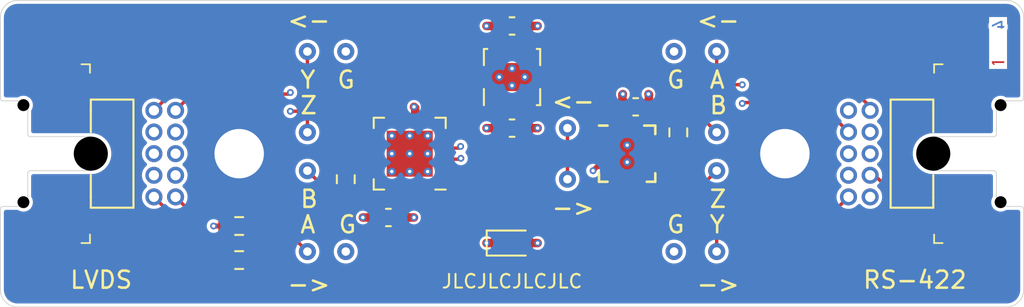
<source format=kicad_pcb>
(kicad_pcb (version 20221018) (generator pcbnew)
  (title_block (date "2023-07-01") (rev "4"))
  (layers (0 "F.Cu" signal "Front") (1 "In1.Cu" power) (2 "In2.Cu" power) (31 "B.Cu" signal "Back") (35 "F.Paste" user) (37 "F.SilkS" user "F.Silkscreen") (38 "B.Mask" user) (39 "F.Mask" user) (44 "Edge.Cuts" user))
  (property "Order-Number" "JLCJLCJLCJLC")
  (net 0 "")
  (net 1 "/Link Plug LVDS/TX-Z")
  (net 2 "+3V3")
  (net 3 "GND")
  (net 4 "/Link Plug LVDS/TX-Y")
  (net 5 "/Link Plug LVDS/USB+")
  (net 6 "+5V")
  (net 7 "/Link Plug LVDS/USB-")
  (net 8 "/Link Plug LVDS/RX-A")
  (net 9 "/Link Plug LVDS/RX-B")
  (net 10 "/Link Plug RS-422/TX-Z")
  (net 11 "/Link Plug RS-422/TX-Y")
  (net 12 "/Link Plug RS-422/RX-A")
  (net 15 "/Link Plug RS-422/RX-B")
  (net 16 "/RS-422 -> LVDS")
  (net 21 "/LVDS -> RS-422")
  (net 26 "Earth")
  (footprint "V2_TestPoint:TestPoint_THTPad_D1.0mm_Drill0.5mm" (layer "F.Cu") (at 156.5 111.75)
    (fp_text reference "TP107" hide)
    (fp_text value "TestPoint_Small" hide)
    (pad "1" thru_hole circle (at 0 0) (size 1 1) (drill 0.5) (layers "*.Cu" "F.Mask") (net 3 "GND"))
  )
  (footprint "V2_TestPoint:TestPoint_THTPad_D1.0mm_Drill0.5mm" (layer "F.Cu") (at 150.25 107.5)
    (fp_text reference "TP101" hide)
    (fp_text value "TestPoint_Small" hide)
    (pad "1" thru_hole circle (at 0 0) (size 1 1) (drill 0.5) (layers "*.Cu" "F.Mask") (net 16 "/RS-422 -> LVDS"))
  )
  (footprint "V2_Artwork:Logo_Small" (layer "F.Cu") (at 168.75 99.75)
    (fp_text reference "ICON101" hide)
    (fp_text value "V2-logo" hide)
    (fp_poly (pts (xy 1.91 1.7195) (xy -2.1005 1.7195) (xy -2.1005 0.0585) (xy -1.773 0.0585) (xy -1.773 1.392) (xy 1.5825 1.392) (xy 1.5825 -1.4555) (xy -2.1005 -1.4555) (xy -2.1005 -1.783) (xy 1.91 -1.783)) (fill solid) (layer "F.Cu"))
    (fp_poly (pts (xy -1.617677 -1.221322) (xy -1.084635 0.601822) (xy -1.059048 0.604213) (xy -0.526231 -1.218162) (xy -0.494416 -1.314387) (xy -0.190339 -1.314387) (xy -0.085353 -1.31286) (xy -0.918222 1.270316) (xy -1.019731 1.273487) (xy -1.223737 1.273487) (xy -2.056569 -1.309583) (xy -1.95594 -1.314387) (xy -1.651908 -1.314387)) (fill solid) (layer "F.Cu"))
    (fp_poly (pts (xy 0.862421 -1.32688) (xy 0.960344 -1.303887) (xy 1.053932 -1.266924) (xy 1.140943 -1.216397) (xy 1.219701 -1.153847) (xy 1.289786 -1.081749) (xy 1.350542 -1.001625) (xy 1.399768 -0.913898) (xy 1.435918 -0.820016) (xy 1.458468 -0.722) (xy 1.467956 -0.621911) (xy 1.465544 -0.521418) (xy 1.450928 -0.421932) (xy 1.422941 -0.325314) (xy 1.381219 -0.233761) (xy 1.32667 -0.149382) (xy 0.531352 0.87181) (xy 0.569453 0.895459) (xy 1.36796 0.895459) (xy 1.468453 0.900054) (xy 1.468453 1.206089) (xy 1.430088 1.273471) (xy 0.0225 1.273487) (xy 0.0225 0.967661) (xy 0.055771 0.877369) (xy 0.979104 -0.30523) (xy 1.038253 -0.385132) (xy 1.080844 -0.473929) (xy 1.098164 -0.570885) (xy 1.091767 -0.669077) (xy 1.059415 -0.761986) (xy 1.005396 -0.844371) (xy 0.93265 -0.91011) (xy 0.842392 -0.947991) (xy 0.744555 -0.957379) (xy 0.647511 -0.941672) (xy 0.558941 -0.899254) (xy 0.485254 -0.834228) (xy 0.432401 -0.751364) (xy 0.402317 -0.656406) (xy 0.361353 -0.584278) (xy 0.055147 -0.584278) (xy 0.02538 -0.657535) (xy 0.039764 -0.758101) (xy 0.066781 -0.854983) (xy 0.107035 -0.947172) (xy 0.159906 -1.032748) (xy 0.223839 -1.110347) (xy 0.296655 -1.179682) (xy 0.377971 -1.238903) (xy 0.467163 -1.285515) (xy 0.562602 -1.317508) (xy 0.661819 -1.334283) (xy 0.76236 -1.336756)) (fill solid) (layer "F.Cu"))
  )
  (footprint "Resistor_SMD:R_0603_1608Metric" (layer "F.Cu") (at 131 110.25 180)
    (fp_text reference "R202" hide)
    (fp_text value "10k" hide)
    (fp_line (start -0.237258 -0.5225) (end 0.237258 -0.5225) (stroke (width 0.12)) (layer "F.SilkS"))
    (fp_line (start -0.237258 0.5225) (end 0.237258 0.5225) (stroke (width 0.12)) (layer "F.SilkS"))
    (pad "1" smd roundrect (at -0.825 0 180) (size 0.8 0.95) (layers "F.Cu" "F.Paste" "F.Mask") (net 9 "/Link Plug LVDS/RX-B"))
    (pad "2" smd roundrect (at 0.825 0 180) (size 0.8 0.95) (layers "F.Cu" "F.Paste" "F.Mask") (net 3 "GND"))
  )
  (footprint "V2_TestPoint:TestPoint_THTPad_D1.0mm_Drill0.5mm" (layer "F.Cu") (at 135 107)
    (fp_text reference "TP202" hide)
    (fp_text value "TestPoint_Small" hide)
    (pad "1" thru_hole circle (at 0 0) (size 1 1) (drill 0.5) (layers "*.Cu" "F.Mask") (net 9 "/Link Plug LVDS/RX-B"))
  )
  (footprint "V2_TestPoint:TestPoint_THTPad_D1.0mm_Drill0.5mm" (layer "F.Cu") (at 135 104.75)
    (fp_text reference "TP203" hide)
    (fp_text value "TestPoint_Small" hide)
    (pad "1" thru_hole circle (at 0 0) (size 1 1) (drill 0.5) (layers "*.Cu" "F.Mask") (net 1 "/Link Plug LVDS/TX-Z"))
  )
  (footprint "Resistor_SMD:R_0603_1608Metric" (layer "F.Cu") (at 137.25 107.5 90)
    (fp_text reference "R1901" hide)
    (fp_text value "120R" hide)
    (fp_line (start -0.237258 -0.5225) (end 0.237258 -0.5225) (stroke (width 0.12)) (layer "F.SilkS"))
    (fp_line (start -0.237258 0.5225) (end 0.237258 0.5225) (stroke (width 0.12)) (layer "F.SilkS"))
    (pad "1" smd roundrect (at -0.825 0 90) (size 0.8 0.95) (layers "F.Cu" "F.Paste" "F.Mask") (net 8 "/Link Plug LVDS/RX-A"))
    (pad "2" smd roundrect (at 0.825 0 90) (size 0.8 0.95) (layers "F.Cu" "F.Paste" "F.Mask") (net 9 "/Link Plug LVDS/RX-B"))
  )
  (footprint "V2_TestPoint:TestPoint_THTPad_D1.0mm_Drill0.5mm" (layer "F.Cu") (at 159 107)
    (fp_text reference "TP303" hide)
    (fp_text value "TestPoint_Small" hide)
    (pad "1" thru_hole circle (at 0 0) (size 1 1) (drill 0.5) (layers "*.Cu" "F.Mask") (net 10 "/Link Plug RS-422/TX-Z"))
  )
  (footprint "V2_Fiducial:Fiducial_0.5mm_Mask1mm_Paste" (layer "F.Cu") (at 176 114)
    (fp_text reference "FID103" hide)
    (fp_text value "Fiducial" hide)
    (pad "" smd circle (at 0 0) (size 0.5 0.5) (property pad_prop_fiducial_glob) (layers "F.Cu" "F.Paste" "F.Mask") (clearance 0.25))
  )
  (footprint "V2_Fiducial:Fiducial_0.5mm_Mask1mm_Paste" (layer "F.Cu") (at 118 114)
    (fp_text reference "FID101" hide)
    (fp_text value "Fiducial" hide)
    (pad "" smd circle (at 0 0) (size 0.5 0.5) (property pad_prop_fiducial_glob) (layers "F.Cu" "F.Paste" "F.Mask") (clearance 0.25))
  )
  (footprint "Capacitor_SMD:C_0603_1608Metric" (layer "F.Cu") (at 139.75 109.75 180)
    (fp_text reference "C1901" hide)
    (fp_text value "0u1" hide)
    (fp_line (start -0.14058 -0.51) (end 0.14058 -0.51) (stroke (width 0.12)) (layer "F.SilkS"))
    (fp_line (start -0.14058 0.51) (end 0.14058 0.51) (stroke (width 0.12)) (layer "F.SilkS"))
    (pad "1" smd roundrect (at -0.775 0 180) (size 0.9 0.95) (layers "F.Cu" "F.Paste" "F.Mask") (net 2 "+3V3"))
    (pad "2" smd roundrect (at 0.775 0 180) (size 0.9 0.95) (layers "F.Cu" "F.Paste" "F.Mask") (net 3 "GND"))
  )
  (footprint "V2_Package_DFN_QFN:DFN-8-1EP_3x3mm_P0.5mm_EP1.65x2.38mm" (layer "F.Cu") (at 153.75 106)
    (fp_text reference "U301" hide)
    (fp_text value "LTC2863" hide)
    (fp_line (start -1.65 -1.65) (end -1.15 -1.65) (stroke (width 0.15)) (layer "F.SilkS"))
    (fp_line (start -1.65 1.15) (end -1.65 1.65) (stroke (width 0.15)) (layer "F.SilkS"))
    (fp_line (start -1.65 1.65) (end -1.15 1.65) (stroke (width 0.15)) (layer "F.SilkS"))
    (fp_line (start 1 -1.65) (end 1.65 -1.65) (stroke (width 0.15)) (layer "F.SilkS"))
    (fp_line (start 1.15 1.65) (end 1.65 1.65) (stroke (width 0.15)) (layer "F.SilkS"))
    (fp_line (start 1.65 -1.15) (end 1.65 -1.65) (stroke (width 0.15)) (layer "F.SilkS"))
    (fp_line (start 1.65 1.15) (end 1.65 1.65) (stroke (width 0.15)) (layer "F.SilkS"))
    (pad "1" smd rect (at -1.4 -0.75) (size 0.7 0.25) (layers "F.Cu" "F.Paste" "F.Mask") (net 2 "+3V3"))
    (pad "2" smd rect (at -1.4 -0.25) (size 0.7 0.25) (layers "F.Cu" "F.Paste" "F.Mask") (net 21 "/LVDS -> RS-422"))
    (pad "3" smd rect (at -1.4 0.25) (size 0.7 0.25) (layers "F.Cu" "F.Paste" "F.Mask") (net 16 "/RS-422 -> LVDS"))
    (pad "4" smd rect (at -1.4 0.75) (size 0.7 0.25) (layers "F.Cu" "F.Paste" "F.Mask") (net 3 "GND"))
    (pad "5" smd rect (at 1.4 0.75) (size 0.7 0.25) (layers "F.Cu" "F.Paste" "F.Mask") (net 11 "/Link Plug RS-422/TX-Y"))
    (pad "6" smd rect (at 1.4 0.25) (size 0.7 0.25) (layers "F.Cu" "F.Paste" "F.Mask") (net 10 "/Link Plug RS-422/TX-Z"))
    (pad "7" smd rect (at 1.4 -0.25) (size 0.7 0.25) (layers "F.Cu" "F.Paste" "F.Mask") (net 15 "/Link Plug RS-422/RX-B"))
    (pad "8" smd rect (at 1.4 -0.75) (size 0.7 0.25) (layers "F.Cu" "F.Paste" "F.Mask") (net 12 "/Link Plug RS-422/RX-A"))
    (pad "9" thru_hole circle (at 0 -0.5) (size 0.45 0.45) (drill 0.2) (property pad_prop_heatsink) (layers "*.Cu") (net 3 "GND"))
    (pad "9" smd rect (at 0 0) (size 1.65 2.38) (layers "F.Cu" "F.Mask") (net 3 "GND"))
    (pad "9" thru_hole circle (at 0 0.5) (size 0.45 0.45) (drill 0.2) (property pad_prop_heatsink) (layers "*.Cu") (net 3 "GND"))
  )
  (footprint "Capacitor_SMD:C_0603_1608Metric" (layer "F.Cu") (at 154.25 103.25)
    (fp_text reference "C2001" hide)
    (fp_text value "0u1" hide)
    (fp_line (start -0.14058 -0.51) (end 0.14058 -0.51) (stroke (width 0.12)) (layer "F.SilkS"))
    (fp_line (start -0.14058 0.51) (end 0.14058 0.51) (stroke (width 0.12)) (layer "F.SilkS"))
    (pad "1" smd roundrect (at -0.775 0) (size 0.9 0.95) (layers "F.Cu" "F.Paste" "F.Mask") (net 2 "+3V3"))
    (pad "2" smd roundrect (at 0.775 0) (size 0.9 0.95) (layers "F.Cu" "F.Paste" "F.Mask") (net 3 "GND"))
  )
  (footprint "V2_TestPoint:TestPoint_THTPad_D1.0mm_Drill0.5mm" (layer "F.Cu") (at 135 111.75)
    (fp_text reference "TP201" hide)
    (fp_text value "TestPoint_Small" hide)
    (pad "1" thru_hole circle (at 0 0) (size 1 1) (drill 0.5) (layers "*.Cu" "F.Mask") (net 8 "/Link Plug LVDS/RX-A"))
  )
  (footprint "V2_TestPoint:TestPoint_THTPad_D1.0mm_Drill0.5mm" (layer "F.Cu") (at 137.25 111.75)
    (fp_text reference "TP108" hide)
    (fp_text value "TestPoint_Small" hide)
    (pad "1" thru_hole circle (at 0 0) (size 1 1) (drill 0.5) (layers "*.Cu" "F.Mask") (net 3 "GND"))
  )
  (footprint "Resistor_SMD:R_0603_1608Metric" (layer "F.Cu") (at 131 112.25)
    (fp_text reference "R201" hide)
    (fp_text value "10k" hide)
    (fp_line (start -0.237258 -0.5225) (end 0.237258 -0.5225) (stroke (width 0.12)) (layer "F.SilkS"))
    (fp_line (start -0.237258 0.5225) (end 0.237258 0.5225) (stroke (width 0.12)) (layer "F.SilkS"))
    (pad "1" smd roundrect (at -0.825 0) (size 0.8 0.95) (layers "F.Cu" "F.Paste" "F.Mask") (net 2 "+3V3"))
    (pad "2" smd roundrect (at 0.825 0) (size 0.8 0.95) (layers "F.Cu" "F.Paste" "F.Mask") (net 8 "/Link Plug LVDS/RX-A"))
  )
  (footprint "V2_Connector_Header_1.27mm:PinHeader_2x05_P1.27mm_Horizontal" (layer "F.Cu") (at 126 106 90)
    (fp_text reference "J1901" hide)
    (fp_text value "2x05_Horizontal" hide)
    (fp_line (start -3.175 -3.7) (end -2.54 -3.7) (stroke (width 0.127)) (layer "F.SilkS"))
    (fp_line (start -3.175 -1.2) (end -3.175 -3.7) (stroke (width 0.127)) (layer "F.SilkS"))
    (fp_line (start -2.54 -3.7) (end -1.27 -3.7) (stroke (width 0.127)) (layer "F.SilkS"))
    (fp_line (start 1.27 -3.7) (end 2.54 -3.7) (stroke (width 0.127)) (layer "F.SilkS"))
    (fp_line (start 2.54 -3.7) (end 3.175 -3.7) (stroke (width 0.127)) (layer "F.SilkS"))
    (fp_line (start 3.175 -3.7) (end 3.175 -1.2) (stroke (width 0.127)) (layer "F.SilkS"))
    (fp_line (start 3.175 -1.2) (end -3.175 -1.2) (stroke (width 0.127)) (layer "F.SilkS"))
    (pad "1" thru_hole circle (at 2.54 0 180) (size 1 1) (drill 0.6) (layers "*.Cu" "F.Mask") (net 1 "/Link Plug LVDS/TX-Z"))
    (pad "2" thru_hole circle (at 2.54 1.27 180) (size 1 1) (drill 0.6) (layers "*.Cu" "F.Mask") (net 4 "/Link Plug LVDS/TX-Y"))
    (pad "3" thru_hole circle (at 1.27 0 180) (size 1 1) (drill 0.6) (layers "*.Cu" "F.Mask") (net 3 "GND"))
    (pad "4" thru_hole circle (at 1.27 1.27 180) (size 1 1) (drill 0.6) (layers "*.Cu" "F.Mask") (net 6 "+5V"))
    (pad "5" thru_hole circle (at 0 0 180) (size 1 1) (drill 0.6) (layers "*.Cu" "F.Mask") (net 5 "/Link Plug LVDS/USB+"))
    (pad "6" thru_hole circle (at 0 1.27 180) (size 1 1) (drill 0.6) (layers "*.Cu" "F.Mask") (net 7 "/Link Plug LVDS/USB-"))
    (pad "7" thru_hole circle (at -1.27 0 180) (size 1 1) (drill 0.6) (layers "*.Cu" "F.Mask") (net 6 "+5V"))
    (pad "8" thru_hole circle (at -1.27 1.27 180) (size 1 1) (drill 0.6) (layers "*.Cu" "F.Mask") (net 3 "GND"))
    (pad "9" thru_hole circle (at -2.54 0 180) (size 1 1) (drill 0.6) (layers "*.Cu" "F.Mask") (net 8 "/Link Plug LVDS/RX-A"))
    (pad "10" thru_hole circle (at -2.54 1.27 180) (size 1 1) (drill 0.6) (layers "*.Cu" "F.Mask") (net 9 "/Link Plug LVDS/RX-B"))
  )
  (footprint "V2_Production:Order_Number" (layer "F.Cu") (at 147 113.5)
    (fp_text reference "INFO101" hide)
    (fp_text value "ORDER-NUMBER" hide)
    (fp_text user "${Order-Number}" (at 0 0 unlocked) (layer "F.SilkS") (effects (font (size 0.8 0.8) (thickness 0.12))))
  )
  (footprint "V2_Package_SON:VSON-8-1_3x3mm_P0.65_EP1.65x2.4mm" (layer "F.Cu") (at 147 101.5 90)
    (fp_text reference "U102" hide)
    (fp_text value "TPS78433QWDRBRQ1 " hide)
    (fp_line (start -1.65 -1.65) (end -0.7 -1.65) (stroke (width 0.12)) (layer "F.SilkS"))
    (fp_line (start -1.65 1.65) (end -1.65 1.45) (stroke (width 0.12)) (layer "F.SilkS"))
    (fp_line (start -1.65 1.65) (end -0.7 1.65) (stroke (width 0.12)) (layer "F.SilkS"))
    (fp_line (start 0.7 -1.65) (end 1.65 -1.65) (stroke (width 0.12)) (layer "F.SilkS"))
    (fp_line (start 0.7 1.65) (end 1.65 1.65) (stroke (width 0.12)) (layer "F.SilkS"))
    (fp_line (start 1.65 -1.45) (end 1.65 -1.65) (stroke (width 0.12)) (layer "F.SilkS"))
    (fp_line (start 1.65 1.45) (end 1.65 1.65) (stroke (width 0.12)) (layer "F.SilkS"))
    (pad "1" smd rect (at -1.4 -0.975 90) (size 0.6 0.31) (layers "F.Cu" "F.Paste" "F.Mask") (net 2 "+3V3"))
    (pad "2" smd rect (at -1.4 -0.325 90) (size 0.6 0.31) (layers "F.Cu" "F.Paste" "F.Mask"))
    (pad "3" smd rect (at -1.4 0.325 90) (size 0.6 0.31) (layers "F.Cu" "F.Paste" "F.Mask"))
    (pad "4" smd rect (at -1.4 0.975 90) (size 0.6 0.31) (layers "F.Cu" "F.Paste" "F.Mask"))
    (pad "5" smd rect (at 1.4 0.975 90) (size 0.6 0.31) (layers "F.Cu" "F.Paste" "F.Mask") (net 3 "GND"))
    (pad "6" smd rect (at 1.4 0.325 90) (size 0.6 0.31) (layers "F.Cu" "F.Paste" "F.Mask"))
    (pad "7" smd rect (at 1.4 -0.325 90) (size 0.6 0.31) (layers "F.Cu" "F.Paste" "F.Mask") (net 6 "+5V"))
    (pad "8" smd rect (at 1.4 -0.975 90) (size 0.6 0.31) (layers "F.Cu" "F.Paste" "F.Mask") (net 6 "+5V"))
    (pad "9" thru_hole circle (at -0.5 0 90) (size 0.45 0.45) (drill 0.2) (property pad_prop_heatsink) (layers "*.Cu") (net 3 "GND"))
    (pad "9" thru_hole circle (at 0 -0.75 90) (size 0.45 0.45) (drill 0.2) (property pad_prop_heatsink) (layers "*.Cu") (net 3 "GND"))
    (pad "9" smd rect (at 0 0 90) (size 1.65 2.4) (layers "F.Cu" "F.Mask") (net 3 "GND"))
    (pad "9" thru_hole circle (at 0 0.75 90) (size 0.45 0.45) (drill 0.2) (property pad_prop_heatsink) (layers "*.Cu") (net 3 "GND"))
    (pad "9" thru_hole circle (at 0.5 0 90) (size 0.45 0.45) (drill 0.2) (property pad_prop_heatsink) (layers "*.Cu") (net 3 "GND"))
  )
  (footprint "V2_TestPoint:TestPoint_THTPad_D1.0mm_Drill0.5mm" (layer "F.Cu") (at 137.25 100)
    (fp_text reference "TP105" hide)
    (fp_text value "TestPoint_Small" hide)
    (pad "1" thru_hole circle (at 0 0) (size 1 1) (drill 0.5) (layers "*.Cu" "F.Mask") (net 3 "GND"))
  )
  (footprint "V2_Spacer_Wurth:9774030243" (layer "F.Cu") (at 131 106)
    (fp_text reference "SPACER101" hide)
    (fp_text value "3mm" hide)
    (pad "1" thru_hole custom (at 0 0) (size 3.3 3.3) (drill 2.9) (layers "*.Cu") (net 26 "Earth") (options (clearance outline) (anchor circle)) (primitives (gr_bbox (start -0.75 -0.75) (end 0.75 0.75) (width 0.000001) (fill none))))
    (pad "1" smd custom (at 0 0) (size 5.3 5.3) (layers "F.Cu") (net 26 "Earth") (options (clearance outline) (anchor circle)) (primitives (gr_bbox (start 0 0) (end 0 0) (width 0.000001) (fill none))))
  )
  (footprint "V2_Connector_Header_1.27mm:PinHeader_2x05_P1.27mm_Horizontal" (layer "F.Cu") (at 168 106 -90)
    (fp_text reference "J2001" hide)
    (fp_text value "2x05_Horizontal" hide)
    (fp_line (start -3.175 -3.7) (end -2.54 -3.7) (stroke (width 0.127)) (layer "F.SilkS"))
    (fp_line (start -3.175 -1.2) (end -3.175 -3.7) (stroke (width 0.127)) (layer "F.SilkS"))
    (fp_line (start -2.54 -3.7) (end -1.27 -3.7) (stroke (width 0.127)) (layer "F.SilkS"))
    (fp_line (start 1.27 -3.7) (end 2.54 -3.7) (stroke (width 0.127)) (layer "F.SilkS"))
    (fp_line (start 2.54 -3.7) (end 3.175 -3.7) (stroke (width 0.127)) (layer "F.SilkS"))
    (fp_line (start 3.175 -3.7) (end 3.175 -1.2) (stroke (width 0.127)) (layer "F.SilkS"))
    (fp_line (start 3.175 -1.2) (end -3.175 -1.2) (stroke (width 0.127)) (layer "F.SilkS"))
    (pad "1" thru_hole circle (at 2.54 0) (size 1 1) (drill 0.6) (layers "*.Cu" "F.Mask") (net 3 "GND"))
    (pad "2" thru_hole circle (at 2.54 1.27) (size 1 1) (drill 0.6) (layers "*.Cu" "F.Mask") (net 10 "/Link Plug RS-422/TX-Z"))
    (pad "3" thru_hole circle (at 1.27 0) (size 1 1) (drill 0.6) (layers "*.Cu" "F.Mask") (net 11 "/Link Plug RS-422/TX-Y"))
    (pad "4" thru_hole circle (at 1.27 1.27) (size 1 1) (drill 0.6) (layers "*.Cu" "F.Mask") (net 6 "+5V"))
    (pad "5" thru_hole circle (at 0 0) (size 1 1) (drill 0.6) (layers "*.Cu" "F.Mask"))
    (pad "6" thru_hole circle (at 0 1.27) (size 1 1) (drill 0.6) (layers "*.Cu" "F.Mask"))
    (pad "7" thru_hole circle (at -1.27 0) (size 1 1) (drill 0.6) (layers "*.Cu" "F.Mask") (net 6 "+5V"))
    (pad "8" thru_hole circle (at -1.27 1.27) (size 1 1) (drill 0.6) (layers "*.Cu" "F.Mask") (net 12 "/Link Plug RS-422/RX-A"))
    (pad "9" thru_hole circle (at -2.54 0) (size 1 1) (drill 0.6) (layers "*.Cu" "F.Mask") (net 15 "/Link Plug RS-422/RX-B"))
    (pad "10" thru_hole circle (at -2.54 1.27) (size 1 1) (drill 0.6) (layers "*.Cu" "F.Mask") (net 3 "GND"))
  )
  (footprint "V2_TestPoint:TestPoint_THTPad_D1.0mm_Drill0.5mm" (layer "F.Cu") (at 159 111.75)
    (fp_text reference "TP304" hide)
    (fp_text value "TestPoint_Small" hide)
    (pad "1" thru_hole circle (at 0 0) (size 1 1) (drill 0.5) (layers "*.Cu" "F.Mask") (net 11 "/Link Plug RS-422/TX-Y"))
  )
  (footprint "V2_Spacer_Wurth:9774030243" (layer "F.Cu") (at 163 106)
    (fp_text reference "SPACER102" hide)
    (fp_text value "3mm" hide)
    (pad "1" thru_hole custom (at 0 0) (size 3.3 3.3) (drill 2.9) (layers "*.Cu") (net 26 "Earth") (options (clearance outline) (anchor circle)) (primitives (gr_bbox (start -0.75 -0.75) (end 0.75 0.75) (width 0.000001) (fill none))))
    (pad "1" smd custom (at 0 0) (size 5.3 5.3) (layers "F.Cu") (net 26 "Earth") (options (clearance outline) (anchor circle)) (primitives (gr_bbox (start 0 0) (end 0 0) (width 0.000001) (fill none))))
  )
  (footprint "V2_PCB_Devices:PCB_Plug_Horizontal" (layer "F.Cu") (at 126 106 90)
    (fp_text reference "PLUG101" hide)
    (fp_text value "PCB_Plug_Horizontal" hide)
    (fp_line (start -5.25 -3.75) (end -5.25 -4.25) (stroke (width 0.1)) (layer "F.SilkS"))
    (fp_line (start -4.75 -3.75) (end -5.25 -3.75) (stroke (width 0.1)) (layer "F.SilkS"))
    (fp_line (start 5.25 -3.75) (end 4.75 -3.75) (stroke (width 0.1)) (layer "F.SilkS"))
    (fp_line (start 5.25 -3.75) (end 5.25 -4.25) (stroke (width 0.1)) (layer "F.SilkS"))
    (fp_line (start -3.1 -8.85) (end -3.1 -7.4) (stroke (width 0.05)) (layer "Edge.Cuts"))
    (fp_line (start -3.1 -7.4) (end -1.15 -7.4) (stroke (width 0.05)) (layer "Edge.Cuts"))
    (fp_line (start -1 -7.25) (end -1 -3.7) (stroke (width 0.05)) (layer "Edge.Cuts"))
    (fp_line (start -1 -3.7) (end 1 -3.7) (stroke (width 0.05)) (layer "Edge.Cuts"))
    (fp_line (start 1 -3.7) (end 1 -7.25) (stroke (width 0.05)) (layer "Edge.Cuts"))
    (fp_line (start 1.15 -7.4) (end 3.1 -7.4) (stroke (width 0.05)) (layer "Edge.Cuts"))
    (fp_line (start 3.1 -7.4) (end 3.1 -8.85) (stroke (width 0.05)) (layer "Edge.Cuts"))
    (fp_arc (start -3.25 -9) (mid -3.143934 -8.956066) (end -3.1 -8.85) (stroke (width 0.05)) (layer "Edge.Cuts"))
    (fp_arc (start -1.15 -7.4) (mid -1.043934 -7.356066) (end -1 -7.25) (stroke (width 0.05)) (layer "Edge.Cuts"))
    (fp_arc (start 1 -7.25) (mid 1.043934 -7.356066) (end 1.15 -7.4) (stroke (width 0.05)) (layer "Edge.Cuts"))
    (fp_arc (start 3.1 -8.85) (mid 3.143934 -8.956066) (end 3.25 -9) (stroke (width 0.05)) (layer "Edge.Cuts"))
    (pad "" np_thru_hole circle (at -2.85 -7.65 90) (size 0.7 0.7) (drill 0.7) (layers "*.Mask"))
    (pad "" np_thru_hole circle (at 0 -3.7 90) (size 2 2) (drill 2) (layers "*.Mask"))
    (pad "" np_thru_hole circle (at 2.85 -7.65 90) (size 0.7 0.7) (drill 0.7) (layers "*.Mask"))
  )
  (footprint "V2_PCB_Devices:PCB_Plug_Horizontal" (layer "F.Cu") (at 168 106 -90)
    (fp_text reference "PLUG102" hide)
    (fp_text value "PCB_Plug_Horizontal" hide)
    (fp_line (start -5.25 -3.75) (end -5.25 -4.25) (stroke (width 0.1)) (layer "F.SilkS"))
    (fp_line (start -4.75 -3.75) (end -5.25 -3.75) (stroke (width 0.1)) (layer "F.SilkS"))
    (fp_line (start 5.25 -3.75) (end 4.75 -3.75) (stroke (width 0.1)) (layer "F.SilkS"))
    (fp_line (start 5.25 -3.75) (end 5.25 -4.25) (stroke (width 0.1)) (layer "F.SilkS"))
    (fp_line (start -3.1 -8.85) (end -3.1 -7.4) (stroke (width 0.05)) (layer "Edge.Cuts"))
    (fp_line (start -3.1 -7.4) (end -1.15 -7.4) (stroke (width 0.05)) (layer "Edge.Cuts"))
    (fp_line (start -1 -7.25) (end -1 -3.7) (stroke (width 0.05)) (layer "Edge.Cuts"))
    (fp_line (start -1 -3.7) (end 1 -3.7) (stroke (width 0.05)) (layer "Edge.Cuts"))
    (fp_line (start 1 -3.7) (end 1 -7.25) (stroke (width 0.05)) (layer "Edge.Cuts"))
    (fp_line (start 1.15 -7.4) (end 3.1 -7.4) (stroke (width 0.05)) (layer "Edge.Cuts"))
    (fp_line (start 3.1 -7.4) (end 3.1 -8.85) (stroke (width 0.05)) (layer "Edge.Cuts"))
    (fp_arc (start -3.25 -9) (mid -3.143934 -8.956066) (end -3.1 -8.85) (stroke (width 0.05)) (layer "Edge.Cuts"))
    (fp_arc (start -1.15 -7.4) (mid -1.043934 -7.356066) (end -1 -7.25) (stroke (width 0.05)) (layer "Edge.Cuts"))
    (fp_arc (start 1 -7.25) (mid 1.043934 -7.356066) (end 1.15 -7.4) (stroke (width 0.05)) (layer "Edge.Cuts"))
    (fp_arc (start 3.1 -8.85) (mid 3.143934 -8.956066) (end 3.25 -9) (stroke (width 0.05)) (layer "Edge.Cuts"))
    (pad "" np_thru_hole circle (at -2.85 -7.65 270) (size 0.7 0.7) (drill 0.7) (layers "*.Mask"))
    (pad "" np_thru_hole circle (at 0 -3.7 270) (size 2 2) (drill 2) (layers "*.Mask"))
    (pad "" np_thru_hole circle (at 2.85 -7.65 270) (size 0.7 0.7) (drill 0.7) (layers "*.Mask"))
  )
  (footprint "Resistor_SMD:R_0603_1608Metric" (layer "F.Cu") (at 156.75 104.75 90)
    (fp_text reference "R2001" hide)
    (fp_text value "120R" hide)
    (fp_line (start -0.237258 -0.5225) (end 0.237258 -0.5225) (stroke (width 0.12)) (layer "F.SilkS"))
    (fp_line (start -0.237258 0.5225) (end 0.237258 0.5225) (stroke (width 0.12)) (layer "F.SilkS"))
    (pad "1" smd roundrect (at -0.825 0 90) (size 0.8 0.95) (layers "F.Cu" "F.Paste" "F.Mask") (net 15 "/Link Plug RS-422/RX-B"))
    (pad "2" smd roundrect (at 0.825 0 90) (size 0.8 0.95) (layers "F.Cu" "F.Paste" "F.Mask") (net 12 "/Link Plug RS-422/RX-A"))
  )
  (footprint "Diode_SMD:D_0603_1608Metric" (layer "F.Cu") (at 147 111.25)
    (fp_text reference "TVS101" hide)
    (fp_text value "CG0603MLC-05LE" hide)
    (fp_line (start -1.485 -0.735) (end -1.485 0.735) (stroke (width 0.12)) (layer "F.SilkS"))
    (fp_line (start -1.485 0.735) (end 0.8 0.735) (stroke (width 0.12)) (layer "F.SilkS"))
    (fp_line (start 0.8 -0.735) (end -1.485 -0.735) (stroke (width 0.12)) (layer "F.SilkS"))
    (pad "1" smd roundrect (at -0.7875 0) (size 0.875 0.95) (layers "F.Cu" "F.Paste" "F.Mask") (net 3 "GND"))
    (pad "2" smd roundrect (at 0.7875 0) (size 0.875 0.95) (layers "F.Cu" "F.Paste" "F.Mask") (net 6 "+5V"))
  )
  (footprint "V2_TestPoint:TestPoint_THTPad_D1.0mm_Drill0.5mm" (layer "F.Cu") (at 150.25 104.5)
    (fp_text reference "TP102" hide)
    (fp_text value "TestPoint_Small" hide)
    (pad "1" thru_hole circle (at 0 0) (size 1 1) (drill 0.5) (layers "*.Cu" "F.Mask") (net 21 "/LVDS -> RS-422"))
  )
  (footprint "Capacitor_SMD:C_0603_1608Metric" (layer "F.Cu") (at 147 104.5)
    (fp_text reference "C102" hide)
    (fp_text value "10u" hide)
    (fp_line (start -0.14058 -0.51) (end 0.14058 -0.51) (stroke (width 0.12)) (layer "F.SilkS"))
    (fp_line (start -0.14058 0.51) (end 0.14058 0.51) (stroke (width 0.12)) (layer "F.SilkS"))
    (pad "1" smd roundrect (at -0.775 0) (size 0.9 0.95) (layers "F.Cu" "F.Paste" "F.Mask") (net 2 "+3V3"))
    (pad "2" smd roundrect (at 0.775 0) (size 0.9 0.95) (layers "F.Cu" "F.Paste" "F.Mask") (net 3 "GND"))
  )
  (footprint "V2_Production:Layer_Numbers" (layer "F.Cu") (at 175.5 99.5 90)
    (fp_text reference "INFO102" hide)
    (fp_text value "Layer_Numbers" hide)
    (fp_poly (pts (xy -1.071627 0.36376) (xy -1.175447 0.36376) (xy -1.175447 -0.251119) (xy -1.278437 -0.175522) (xy -1.278437 -0.285923) (xy -1.175447 -0.360896) (xy -1.071627 -0.360896)) (fill solid) (layer "F.Cu"))
    (fp_poly (pts (xy 1.301233 0.157927) (xy 1.301233 0.255853) (xy 0.999028 0.255853) (xy 0.999028 0.36376) (xy 0.895208 0.36376) (xy 0.895208 0.255853) (xy 0.837544 0.255853) (xy 0.837544 0.157927) (xy 0.895208 0.157927) (xy 0.895208 -0.050276) (xy 0.999028 -0.050276) (xy 0.999028 0.157927) (xy 1.188396 0.157927) (xy 0.943381 -0.360896) (xy 1.059184 -0.360896)) (fill solid) (layer "B.Cu"))
    (zone (net 0) (net_name "") (layers "*.Cu" "*.Mask") (connect_pads (clearance 0)) (min_thickness 0.254)
      (keepout (tracks not_allowed) (vias not_allowed) (pads not_allowed) (copperpour not_allowed) (footprints allowed))
      (fill (thermal_gap 0.508) (thermal_bridge_width 0.508))
      (polygon (pts (xy 176.025 97.975) (xy 176.025 101.025) (xy 174.975 101.025) (xy 174.975 97.975)))
    )
  )
  (footprint "V2_TestPoint:TestPoint_THTPad_D1.0mm_Drill0.5mm" (layer "F.Cu") (at 159 104.75)
    (fp_text reference "TP302" hide)
    (fp_text value "TestPoint_Small" hide)
    (pad "1" thru_hole circle (at 0 0) (size 1 1) (drill 0.5) (layers "*.Cu" "F.Mask") (net 15 "/Link Plug RS-422/RX-B"))
  )
  (footprint "V2_TestPoint:TestPoint_THTPad_D1.0mm_Drill0.5mm" (layer "F.Cu") (at 156.5 100)
    (fp_text reference "TP106" hide)
    (fp_text value "TestPoint_Small" hide)
    (pad "1" thru_hole circle (at 0 0) (size 1 1) (drill 0.5) (layers "*.Cu" "F.Mask") (net 3 "GND"))
  )
  (footprint "V2_Fiducial:Fiducial_0.5mm_Mask1mm_Paste" (layer "F.Cu") (at 118 98)
    (fp_text reference "FID102" hide)
    (fp_text value "Fiducial" hide)
    (pad "" smd circle (at 0 0) (size 0.5 0.5) (property pad_prop_fiducial_glob) (layers "F.Cu" "F.Paste" "F.Mask") (clearance 0.25))
  )
  (footprint "Capacitor_SMD:C_0603_1608Metric" (layer "F.Cu") (at 147 98.5)
    (fp_text reference "C101" hide)
    (fp_text value "10u" hide)
    (fp_line (start -0.14058 -0.51) (end 0.14058 -0.51) (stroke (width 0.12)) (layer "F.SilkS"))
    (fp_line (start -0.14058 0.51) (end 0.14058 0.51) (stroke (width 0.12)) (layer "F.SilkS"))
    (pad "1" smd roundrect (at -0.775 0) (size 0.9 0.95) (layers "F.Cu" "F.Paste" "F.Mask") (net 6 "+5V"))
    (pad "2" smd roundrect (at 0.775 0) (size 0.9 0.95) (layers "F.Cu" "F.Paste" "F.Mask") (net 3 "GND"))
  )
  (footprint "V2_TestPoint:TestPoint_THTPad_D1.0mm_Drill0.5mm" (layer "F.Cu") (at 159 100)
    (fp_text reference "TP301" hide)
    (fp_text value "TestPoint_Small" hide)
    (pad "1" thru_hole circle (at 0 0) (size 1 1) (drill 0.5) (layers "*.Cu" "F.Mask") (net 12 "/Link Plug RS-422/RX-A"))
  )
  (footprint "V2_TestPoint:TestPoint_THTPad_D1.0mm_Drill0.5mm" (layer "F.Cu") (at 135 100)
    (fp_text reference "TP204" hide)
    (fp_text value "TestPoint_Small" hide)
    (pad "1" thru_hole circle (at 0 0) (size 1 1) (drill 0.5) (layers "*.Cu" "F.Mask") (net 4 "/Link Plug LVDS/TX-Y"))
  )
  (footprint "V2_Package_DFN_QFN:WQFN-16-1EP_4x4mm_P0.65mm_EP2.7x2.7mm_ThermalVias" (layer "F.Cu") (at 141 106 180)
    (fp_text reference "U1902" hide)
    (fp_text value "SN65MLVD203B" hide)
    (fp_line (start -2.11 2.11) (end -2.11 1.5) (stroke (width 0.12)) (layer "F.SilkS"))
    (fp_line (start -1.5 -2.11) (end -2.11 -2.11) (stroke (width 0.12)) (layer "F.SilkS"))
    (fp_line (start -1.5 2.11) (end -2.11 2.11) (stroke (width 0.12)) (layer "F.SilkS"))
    (fp_line (start 1.5 -2.11) (end 2.11 -2.11) (stroke (width 0.12)) (layer "F.SilkS"))
    (fp_line (start 1.5 2.11) (end 2.11 2.11) (stroke (width 0.12)) (layer "F.SilkS"))
    (fp_line (start 2.11 -2.11) (end 2.11 -1.5) (stroke (width 0.12)) (layer "F.SilkS"))
    (fp_line (start 2.11 2.11) (end 2.11 1.5) (stroke (width 0.12)) (layer "F.SilkS"))
    (pad "1" smd roundrect (at -1.975 -0.975 180) (size 0.85 0.35) (layers "F.Cu" "F.Paste" "F.Mask") (roundrect_rratio 0.5) (chamfer_ratio 0) (chamfer top_left bottom_left) (net 16 "/RS-422 -> LVDS"))
    (pad "2" smd roundrect (at -1.975 -0.325 180) (size 0.85 0.35) (layers "F.Cu" "F.Paste" "F.Mask") (roundrect_rratio 0.5) (chamfer_ratio 0) (chamfer top_left bottom_left) (net 3 "GND"))
    (pad "3" smd roundrect (at -1.975 0.325 180) (size 0.85 0.35) (layers "F.Cu" "F.Paste" "F.Mask") (roundrect_rratio 0.5) (chamfer_ratio 0) (chamfer top_left bottom_left) (net 2 "+3V3"))
    (pad "4" smd roundrect (at -1.975 0.975 180) (size 0.85 0.35) (layers "F.Cu" "F.Paste" "F.Mask") (roundrect_rratio 0.5) (chamfer_ratio 0) (chamfer top_left bottom_left) (net 21 "/LVDS -> RS-422"))
    (pad "5" smd roundrect (at -0.975 1.975 180) (size 0.35 0.85) (layers "F.Cu" "F.Paste" "F.Mask") (roundrect_rratio 0.5) (chamfer_ratio 0) (chamfer bottom_left bottom_right) (net 3 "GND"))
    (pad "6" smd roundrect (at -0.325 1.975 180) (size 0.35 0.85) (layers "F.Cu" "F.Paste" "F.Mask") (roundrect_rratio 0.5) (chamfer_ratio 0) (chamfer bottom_left bottom_right) (net 3 "GND"))
    (pad "7" smd roundrect (at 0.325 1.975 180) (size 0.35 0.85) (layers "F.Cu" "F.Paste" "F.Mask") (roundrect_rratio 0.5) (chamfer_ratio 0) (chamfer bottom_left bottom_right))
    (pad "8" smd roundrect (at 0.975 1.975 180) (size 0.35 0.85) (layers "F.Cu" "F.Paste" "F.Mask") (roundrect_rratio 0.5) (chamfer_ratio 0) (chamfer bottom_left bottom_right))
    (pad "9" smd roundrect (at 1.975 0.975 180) (size 0.85 0.35) (layers "F.Cu" "F.Paste" "F.Mask") (roundrect_rratio 0.5) (chamfer_ratio 0) (chamfer top_right bottom_right) (net 4 "/Link Plug LVDS/TX-Y"))
    (pad "10" smd roundrect (at 1.975 0.325 180) (size 0.85 0.35) (layers "F.Cu" "F.Paste" "F.Mask") (roundrect_rratio 0.5) (chamfer_ratio 0) (chamfer top_right bottom_right) (net 1 "/Link Plug LVDS/TX-Z"))
    (pad "11" smd roundrect (at 1.975 -0.325 180) (size 0.85 0.35) (layers "F.Cu" "F.Paste" "F.Mask") (roundrect_rratio 0.5) (chamfer_ratio 0) (chamfer top_right bottom_right) (net 9 "/Link Plug LVDS/RX-B"))
    (pad "12" smd roundrect (at 1.975 -0.975 180) (size 0.85 0.35) (layers "F.Cu" "F.Paste" "F.Mask") (roundrect_rratio 0.5) (chamfer_ratio 0) (chamfer top_right bottom_right) (net 8 "/Link Plug LVDS/RX-A"))
    (pad "13" smd roundrect (at 0.975 -1.975 180) (size 0.35 0.85) (layers "F.Cu" "F.Paste" "F.Mask") (roundrect_rratio 0.5) (chamfer_ratio 0) (chamfer top_left top_right) (net 2 "+3V3"))
    (pad "14" smd roundrect (at 0.325 -1.975 180) (size 0.35 0.85) (layers "F.Cu" "F.Paste" "F.Mask") (roundrect_rratio 0.5) (chamfer_ratio 0) (chamfer top_left top_right) (net 2 "+3V3"))
    (pad "15" smd roundrect (at -0.325 -1.975 180) (size 0.35 0.85) (layers "F.Cu" "F.Paste" "F.Mask") (roundrect_rratio 0.5) (chamfer_ratio 0) (chamfer top_left top_right))
    (pad "16" smd roundrect (at -0.975 -1.975 180) (size 0.35 0.85) (layers "F.Cu" "F.Paste" "F.Mask") (roundrect_rratio 0.5) (chamfer_ratio 0) (chamfer top_left top_right))
    (pad "17" thru_hole circle (at -1.05 -1.05 180) (size 0.45 0.45) (drill 0.2) (property pad_prop_heatsink) (layers "*.Cu") (net 3 "GND"))
    (pad "17" thru_hole circle (at -1.05 0 180) (size 0.45 0.45) (drill 0.2) (property pad_prop_heatsink) (layers "*.Cu") (net 3 "GND"))
    (pad "17" thru_hole circle (at -1.05 1.05 180) (size 0.45 0.45) (drill 0.2) (property pad_prop_heatsink) (layers "*.Cu") (net 3 "GND"))
    (pad "17" thru_hole circle (at 0 -1.05 180) (size 0.45 0.45) (drill 0.2) (property pad_prop_heatsink) (layers "*.Cu") (net 3 "GND"))
    (pad "17" thru_hole circle (at 0 0 180) (size 0.45 0.45) (drill 0.2) (property pad_prop_heatsink) (layers "*.Cu") (net 3 "GND"))
    (pad "17" smd custom (at 0 0 180) (size 2.7 2.7) (layers "F.Cu" "F.Mask") (net 3 "GND") (options (clearance outline) (anchor rect)) (primitives (gr_bbox (start -0.75 -0.75) (end 0.75 0.75) (width 0.000001) (fill none))))
    (pad "17" thru_hole circle (at 0 1.05 180) (size 0.45 0.45) (drill 0.2) (property pad_prop_heatsink) (layers "*.Cu") (net 3 "GND"))
    (pad "17" thru_hole circle (at 1.05 -1.05 180) (size 0.45 0.45) (drill 0.2) (property pad_prop_heatsink) (layers "*.Cu") (net 3 "GND"))
    (pad "17" thru_hole circle (at 1.05 0 180) (size 0.45 0.45) (drill 0.2) (property pad_prop_heatsink) (layers "*.Cu") (net 3 "GND"))
    (pad "17" thru_hole circle (at 1.05 1.05 180) (size 0.45 0.45) (drill 0.2) (property pad_prop_heatsink) (layers "*.Cu") (net 3 "GND"))
  )
  (gr_line (start 177 109.25) (end 177 114) (stroke (width 0.05)) (layer "Edge.Cuts"))
  (gr_line (start 117 98) (end 117 102.75) (stroke (width 0.05)) (layer "Edge.Cuts"))
  (gr_line (start 118 97) (end 176 97) (stroke (width 0.05)) (layer "Edge.Cuts"))
  (gr_line (start 117 109.25) (end 117 114) (stroke (width 0.05)) (layer "Edge.Cuts"))
  (gr_line (start 177 98) (end 177 102.75) (stroke (width 0.05)) (layer "Edge.Cuts"))
  (gr_arc (start 118 115) (mid 117.292893 114.707107) (end 117 114) (stroke (width 0.05)) (layer "Edge.Cuts"))
  (gr_arc (start 177 114) (mid 176.707107 114.707107) (end 176 115) (stroke (width 0.05)) (layer "Edge.Cuts"))
  (gr_arc (start 117 98) (mid 117.292893 97.292893) (end 118 97) (stroke (width 0.05)) (layer "Edge.Cuts"))
  (gr_arc (start 176 97) (mid 176.707107 97.292893) (end 177 98) (stroke (width 0.05)) (layer "Edge.Cuts"))
  (gr_line (start 118 115) (end 176 115) (stroke (width 0.05)) (layer "Edge.Cuts"))
  (gr_text "G" (at 156 102.25) (layer "F.SilkS") (effects (font (size 1 1)) (justify left bottom)))
  (gr_text "Z" (at 134.5 103.75) (layer "F.SilkS") (effects (font (size 1 1)) (justify left bottom)))
  (gr_text "A" (at 158.5 102.25) (layer "F.SilkS") (effects (font (size 1 1)) (justify left bottom)))
  (gr_text "RS-422" (at 167.5 114) (layer "F.SilkS") (effects (font (size 1 1)) (justify left bottom)))
  (gr_text "<-" (at 133.75 98.75) (layer "F.SilkS") (effects (font (size 1 1)) (justify left bottom)))
  (gr_text "Z" (at 158.5 109.25) (layer "F.SilkS") (effects (font (size 1 1)) (justify left bottom)))
  (gr_text "->" (at 149.25 109.75) (layer "F.SilkS") (effects (font (size 1 1)) (justify left bottom)))
  (gr_text "->" (at 133.75 114.25) (layer "F.SilkS") (effects (font (size 1 1)) (justify left bottom)))
  (gr_text "LVDS" (at 121 114) (layer "F.SilkS") (effects (font (size 1 1)) (justify left bottom)))
  (gr_text "B" (at 134.5 109.25) (layer "F.SilkS") (effects (font (size 1 1)) (justify left bottom)))
  (gr_text "G" (at 136.75 110.75) (layer "F.SilkS") (effects (font (size 1 1)) (justify left bottom)))
  (gr_text "Y" (at 158.5 110.75) (layer "F.SilkS") (effects (font (size 1 1)) (justify left bottom)))
  (gr_text "A" (at 134.5 110.75) (layer "F.SilkS") (effects (font (size 1 1)) (justify left bottom)))
  (gr_text "<-" (at 157.75 98.75) (layer "F.SilkS") (effects (font (size 1 1)) (justify left bottom)))
  (gr_text "G" (at 136.67 102.25) (layer "F.SilkS") (effects (font (size 1 1)) (justify left bottom)))
  (gr_text "B" (at 158.5 103.75) (layer "F.SilkS") (effects (font (size 1 1)) (justify left bottom)))
  (gr_text "G" (at 156 110.75) (layer "F.SilkS") (effects (font (size 1 1)) (justify left bottom)))
  (gr_text "->" (at 157.75 114.25) (layer "F.SilkS") (effects (font (size 1 1)) (justify left bottom)))
  (gr_text "<-" (at 149.25 103.5) (layer "F.SilkS") (effects (font (size 1 1)) (justify left bottom)))
  (gr_text "Y" (at 134.5 102.25) (layer "F.SilkS") (effects (font (size 1 1)) (justify left bottom)))
  (segment (start 136.434501 103.509501) (end 138.6 105.675) (width 0.2) (layer "F.Cu") (net 1))
  (segment (start 135 104.75) (end 135 103.509501) (width 0.2) (layer "F.Cu") (net 1))
  (segment (start 126.96 102.5) (end 126 103.46) (width 0.2) (layer "F.Cu") (net 1))
  (segment (start 135 103.509501) (end 136.434501 103.509501) (width 0.2) (layer "F.Cu") (net 1))
  (segment (start 134 103.509501) (end 135 103.509501) (width 0.2) (layer "F.Cu") (net 1))
  (segment (start 134 102.410501) (end 133.910501 102.5) (width 0.2) (layer "F.Cu") (net 1))
  (segment (start 138.6 105.675) (end 139.025 105.675) (width 0.2) (layer "F.Cu") (net 1))
  (segment (start 133.910501 102.5) (end 126.96 102.5) (width 0.2) (layer "F.Cu") (net 1))
  (via (at 134 103.509501) (size 0.4) (drill 0.2) (layers "F.Cu" "B.Cu") (net 1))
  (via (at 134 102.410501) (size 0.4) (drill 0.2) (layers "F.Cu" "B.Cu") (net 1))
  (segment (start 146.025 102.9) (end 146.025 104.3) (width 0.5) (layer "F.Cu") (net 2))
  (segment (start 140.675 107.975) (end 140.025 107.975) (width 0.5) (layer "F.Cu") (net 2))
  (segment (start 140.525 109.75) (end 141.25 109.75) (width 0.5) (layer "F.Cu") (net 2))
  (segment (start 130.175 112.25) (end 131.175 113.25) (width 0.3) (layer "F.Cu") (net 2))
  (segment (start 153.475 103.25) (end 153.475 102.525) (width 0.5) (layer "F.Cu") (net 2))
  (segment (start 152.35 104.375) (end 152.35 105.25) (width 0.3) (layer "F.Cu") (net 2))
  (segment (start 146.025 104.3) (end 146.225 104.5) (width 0.5) (layer "F.Cu") (net 2))
  (segment (start 146.225 104.5) (end 145.5 104.5) (width 0.5) (layer "F.Cu") (net 2))
  (segment (start 153.475 103.25) (end 152.35 104.375) (width 0.3) (layer "F.Cu") (net 2))
  (segment (start 140.675 107.975) (end 140.675 109.6) (width 0.5) (layer "F.Cu") (net 2))
  (segment (start 143.885944 105.675) (end 143.986444 105.5745) (width 0.2) (layer "F.Cu") (net 2))
  (segment (start 142.975 105.675) (end 143.885944 105.675) (width 0.2) (layer "F.Cu") (net 2))
  (segment (start 153.475 102.525) (end 153.5 102.5) (width 0.5) (layer "F.Cu") (net 2))
  (segment (start 140.525 110.475) (end 140.525 109.75) (width 0.3) (layer "F.Cu") (net 2))
  (segment (start 140.675 109.6) (end 140.525 109.75) (width 0.5) (layer "F.Cu") (net 2))
  (segment (start 131.175 113.25) (end 137.75 113.25) (width 0.3) (layer "F.Cu") (net 2))
  (segment (start 137.75 113.25) (end 140.525 110.475) (width 0.3) (layer "F.Cu") (net 2))
  (via (at 141.25 109.75) (size 0.4) (drill 0.2) (layers "F.Cu" "B.Cu") (net 2))
  (via (at 145.5 104.5) (size 0.4) (drill 0.2) (layers "F.Cu" "B.Cu") (net 2))
  (via (at 153.5 102.5) (size 0.4) (drill 0.2) (layers "F.Cu" "B.Cu") (net 2))
  (via (at 143.986444 105.5745) (size 0.4) (drill 0.2) (layers "F.Cu" "B.Cu") (net 2))
  (segment (start 152.35 106.75) (end 152 106.75) (width 0.3) (layer "F.Cu") (net 3))
  (segment (start 141.325 104.025) (end 141.975 104.025) (width 0.5) (layer "F.Cu") (net 3))
  (segment (start 143.94934 106.325) (end 142.975 106.325) (width 0.2) (layer "F.Cu") (net 3))
  (segment (start 147.775 104.5) (end 148.5 104.5) (width 0.5) (layer "F.Cu") (net 3))
  (segment (start 155.025 103.25) (end 155.025 102.525) (width 0.5) (layer "F.Cu") (net 3))
  (segment (start 147.975 98.7) (end 147.775 98.5) (width 0.5) (layer "F.Cu") (net 3))
  (segment (start 144.000479 106.273861) (end 143.94934 106.325) (width 0.2) (layer "F.Cu") (net 3))
  (segment (start 146.2125 111.25) (end 145.5 111.25) (width 0.5) (layer "F.Cu") (net 3))
  (segment (start 147.775 98.5) (end 148.5 98.5) (width 0.5) (layer "F.Cu") (net 3))
  (segment (start 138.975 109.75) (end 138.25 109.75) (width 0.5) (layer "F.Cu") (net 3))
  (segment (start 155.025 102.525) (end 155 102.5) (width 0.5) (layer "F.Cu") (net 3))
  (segment (start 129.5 110.25) (end 130.175 110.25) (width 0.3) (layer "F.Cu") (net 3))
  (segment (start 147.975 100.1) (end 147.975 98.7) (width 0.5) (layer "F.Cu") (net 3))
  (segment (start 152 106.75) (end 151.75 107) (width 0.3) (layer "F.Cu") (net 3))
  (segment (start 141.325 103.325) (end 141.25 103.25) (width 0.5) (layer "F.Cu") (net 3))
  (segment (start 141.325 104.025) (end 141.325 103.325) (width 0.5) (layer "F.Cu") (net 3))
  (via (at 155 102.5) (size 0.4) (drill 0.2) (layers "F.Cu" "B.Cu") (net 3))
  (via (at 148.5 98.5) (size 0.4) (drill 0.2) (layers "F.Cu" "B.Cu") (net 3))
  (via (at 129.5 110.25) (size 0.4) (drill 0.2) (layers "F.Cu" "B.Cu") (net 3))
  (via (at 138.25 109.75) (size 0.4) (drill 0.2) (layers "F.Cu" "B.Cu") (net 3))
  (via (at 151.75 107) (size 0.4) (drill 0.2) (layers "F.Cu" "B.Cu") (net 3))
  (via (at 148.5 104.5) (size 0.4) (drill 0.2) (layers "F.Cu" "B.Cu") (net 3))
  (via (at 144.000479 106.273861) (size 0.4) (drill 0.2) (layers "F.Cu" "B.Cu") (net 3))
  (via (at 141.25 103.25) (size 0.4) (drill 0.2) (layers "F.Cu" "B.Cu") (net 3))
  (via (at 145.5 111.25) (size 0.4) (drill 0.2) (layers "F.Cu" "B.Cu") (net 3))
  (segment (start 139.025 105.025) (end 136.960001 102.960001) (width 0.2) (layer "F.Cu") (net 4))
  (segment (start 135 102.960001) (end 127.769999 102.960001) (width 0.2) (layer "F.Cu") (net 4))
  (segment (start 136.960001 102.960001) (end 135 102.960001) (width 0.2) (layer "F.Cu") (net 4))
  (segment (start 127.769999 102.960001) (end 127.27 103.46) (width 0.2) (layer "F.Cu") (net 4))
  (segment (start 135 100) (end 135 102.960001) (width 0.2) (layer "F.Cu") (net 4))
  (segment (start 146.025 98.7) (end 146.225 98.5) (width 0.5) (layer "F.Cu") (net 6))
  (segment (start 146.675 100.1) (end 146.025 100.1) (width 0.2) (layer "F.Cu") (net 6))
  (segment (start 146.025 100.1) (end 146.025 99.5) (width 0.5) (layer "F.Cu") (net 6))
  (segment (start 146.025 99.5) (end 146.025 98.7) (width 0.5) (layer "F.Cu") (net 6))
  (segment (start 146.225 98.5) (end 145.5 98.5) (width 0.5) (layer "F.Cu") (net 6))
  (segment (start 147.7875 111.25) (end 148.500497 111.25) (width 0.5) (layer "F.Cu") (net 6))
  (via (at 145.5 98.5) (size 0.4) (drill 0.2) (layers "F.Cu" "B.Cu") (net 6))
  (via (at 148.500497 111.25) (size 0.4) (drill 0.2) (layers "F.Cu" "B.Cu") (net 6))
  (segment (start 131.75 111.25) (end 134.25 111.25) (width 0.2) (layer "F.Cu") (net 8))
  (segment (start 137.175 108.325) (end 135 110.5) (width 0.2) (layer "F.Cu") (net 8))
  (segment (start 131.825 111.325) (end 131.75 111.25) (width 0.2) (layer "F.Cu") (net 8))
  (segment (start 134.25 111.25) (end 134.5 111) (width 0.2) (layer "F.Cu") (net 8))
  (segment (start 139.025 106.975) (end 138.6 106.975) (width 0.2) (layer "F.Cu") (net 8))
  (segment (start 134.5 111.25) (end 134.5 111) (width 0.2) (layer "F.Cu") (net 8))
  (segment (start 138.6 106.975) (end 137.25 108.325) (width 0.2) (layer "F.Cu") (net 8))
  (segment (start 128.71 111.25) (end 126 108.54) (width 0.2) (layer "F.Cu") (net 8))
  (segment (start 135 111.75) (end 134.5 111.25) (width 0.2) (layer "F.Cu") (net 8))
  (segment (start 131.75 111.25) (end 128.71 111.25) (width 0.2) (layer "F.Cu") (net 8))
  (segment (start 134.5 111) (end 135 110.5) (width 0.2) (layer "F.Cu") (net 8))
  (segment (start 131.825 112.25) (end 131.825 111.325) (width 0.2) (layer "F.Cu") (net 8))
  (segment (start 137.25 108.325) (end 137.175 108.325) (width 0.2) (layer "F.Cu") (net 8))
  (segment (start 131.75 109.25) (end 127.98 109.25) (width 0.2) (layer "F.Cu") (net 9))
  (segment (start 137.6 106.325) (end 137.25 106.675) (width 0.2) (layer "F.Cu") (net 9))
  (segment (start 127.98 109.25) (end 127.27 108.54) (width 0.2) (layer "F.Cu") (net 9))
  (segment (start 137.25 106.675) (end 135.9625 107.9625) (width 0.2) (layer "F.Cu") (net 9))
  (segment (start 135.9625 107.9625) (end 134.675 109.25) (width 0.2) (layer "F.Cu") (net 9))
  (segment (start 134.675 109.25) (end 131.75 109.25) (width 0.2) (layer "F.Cu") (net 9))
  (segment (start 135 107) (end 135.9625 107.9625) (width 0.2) (layer "F.Cu") (net 9))
  (segment (start 139.025 106.325) (end 137.6 106.325) (width 0.2) (layer "F.Cu") (net 9))
  (segment (start 131.825 110) (end 131.825 109.325) (width 0.2) (layer "F.Cu") (net 9))
  (segment (start 131.825 109.325) (end 131.75 109.25) (width 0.2) (layer "F.Cu") (net 9))
  (segment (start 158.125 108.125) (end 159.25 109.25) (width 0.2) (layer "F.Cu") (net 10))
  (segment (start 158 108) (end 158.125 108.125) (width 0.2) (layer "F.Cu") (net 10))
  (segment (start 156.25 106.25) (end 158 108) (width 0.2) (layer "F.Cu") (net 10))
  (segment (start 166.02 109.25) (end 166.73 108.54) (width 0.2) (layer "F.Cu") (net 10))
  (segment (start 155.15 106.25) (end 156.25 106.25) (width 0.2) (layer "F.Cu") (net 10))
  (segment (start 159 107) (end 158 108) (width 0.2) (layer "F.Cu") (net 10))
  (segment (start 159.25 109.25) (end 166.02 109.25) (width 0.2) (layer "F.Cu") (net 10))
  (segment (start 159.25 109.75) (end 168.25 109.75) (width 0.2) (layer "F.Cu") (net 11))
  (segment (start 168.25 109.75) (end 169 109) (width 0.2) (layer "F.Cu") (net 11))
  (segment (start 169 109) (end 169 108) (width 0.2) (layer "F.Cu") (net 11))
  (segment (start 168.27 107.27) (end 168 107.27) (width 0.2) (layer "F.Cu") (net 11))
  (segment (start 158.75 109.75) (end 159 109.75) (width 0.2) (layer "F.Cu") (net 11))
  (segment (start 159 111.75) (end 159 109.75) (width 0.2) (layer "F.Cu") (net 11))
  (segment (start 155.75 106.75) (end 158.75 109.75) (width 0.2) (layer "F.Cu") (net 11))
  (segment (start 169 108) (end 168.27 107.27) (width 0.2) (layer "F.Cu") (net 11))
  (segment (start 155.15 106.75) (end 155.75 106.75) (width 0.2) (layer "F.Cu") (net 11))
  (segment (start 159 109.75) (end 159.25 109.75) (width 0.2) (layer "F.Cu") (net 11))
  (segment (start 160.5 101.9505) (end 159.25 101.9505) (width 0.2) (layer "F.Cu") (net 12))
  (segment (start 155.425 105.25) (end 156.75 103.925) (width 0.2) (layer "F.Cu") (net 12))
  (segment (start 159.1745 101.9505) (end 157.2 103.925) (width 0.2) (layer "F.Cu") (net 12))
  (segment (start 157.2 103.925) (end 156.75 103.925) (width 0.2) (layer "F.Cu") (net 12))
  (segment (start 165 103) (end 166.73 104.73) (width 0.2) (layer "F.Cu") (net 12))
  (segment (start 155.15 105.25) (end 155.425 105.25) (width 0.2) (layer "F.Cu") (net 12))
  (segment (start 160.5 103.0495) (end 160.5495 103) (width 0.2) (layer "F.Cu") (net 12))
  (segment (start 159.25 101.9505) (end 159.1745 101.9505) (width 0.2) (layer "F.Cu") (net 12))
  (segment (start 159 101.776) (end 159.1745 101.9505) (width 0.2) (layer "F.Cu") (net 12))
  (segment (start 159 100) (end 159 101.776) (width 0.2) (layer "F.Cu") (net 12))
  (segment (start 160.5495 103) (end 165 103) (width 0.2) (layer "F.Cu") (net 12))
  (via (at 160.5 101.9505) (size 0.4) (drill 0.2) (layers "F.Cu" "B.Cu") (net 12))
  (via (at 160.5 103.0495) (size 0.4) (drill 0.2) (layers "F.Cu" "B.Cu") (net 12))
  (segment (start 158.4125 103.9125) (end 158.2875 104.0375) (width 0.2) (layer "F.Cu") (net 15))
  (segment (start 168 103.25) (end 167.25 102.5) (width 0.2) (layer "F.Cu") (net 15))
  (segment (start 159.825 102.5) (end 158.4125 103.9125) (width 0.2) (layer "F.Cu") (net 15))
  (segment (start 156.575 105.75) (end 156.75 105.575) (width 0.2) (layer "F.Cu") (net 15))
  (segment (start 155.15 105.75) (end 156.575 105.75) (width 0.2) (layer "F.Cu") (net 15))
  (segment (start 158.2875 104.0375) (end 156.75 105.575) (width 0.2) (layer "F.Cu") (net 15))
  (segment (start 159 104.75) (end 158.2875 104.0375) (width 0.2) (layer "F.Cu") (net 15))
  (segment (start 167.25 102.5) (end 159.825 102.5) (width 0.2) (layer "F.Cu") (net 15))
  (segment (start 168 103.46) (end 168 103.25) (width 0.2) (layer "F.Cu") (net 15))
  (segment (start 144.775 106.975) (end 145.5 106.25) (width 0.2) (layer "F.Cu") (net 16))
  (segment (start 150.25 106.25) (end 152.35 106.25) (width 0.2) (layer "F.Cu") (net 16))
  (segment (start 142.975 106.975) (end 144.775 106.975) (width 0.2) (layer "F.Cu") (net 16))
  (segment (start 150.25 107.5) (end 150.25 106.25) (width 0.2) (layer "F.Cu") (net 16))
  (segment (start 145.5 106.25) (end 150.25 106.25) (width 0.2) (layer "F.Cu") (net 16))
  (segment (start 145.5 105.75) (end 150.25 105.75) (width 0.2) (layer "F.Cu") (net 21))
  (segment (start 144.775 105.025) (end 145.5 105.75) (width 0.2) (layer "F.Cu") (net 21))
  (segment (start 150.25 105.75) (end 152.35 105.75) (width 0.2) (layer "F.Cu") (net 21))
  (segment (start 150.25 104.5) (end 150.25 105.75) (width 0.2) (layer "F.Cu") (net 21))
  (segment (start 142.975 105.025) (end 144.775 105.025) (width 0.2) (layer "F.Cu") (net 21))
  (zone (net 26) (net_name "Earth") (layer "B.Cu") (priority 1) (connect_pads yes (clearance 0.2)) (min_thickness 0.25) (fill yes (thermal_gap 0.508) (thermal_bridge_width 0.508) (smoothing fillet) (radius 0.25))
    (polygon (pts (xy 177 115) (xy 117 115) (xy 117 97) (xy 177 97)))
  )
)
</source>
